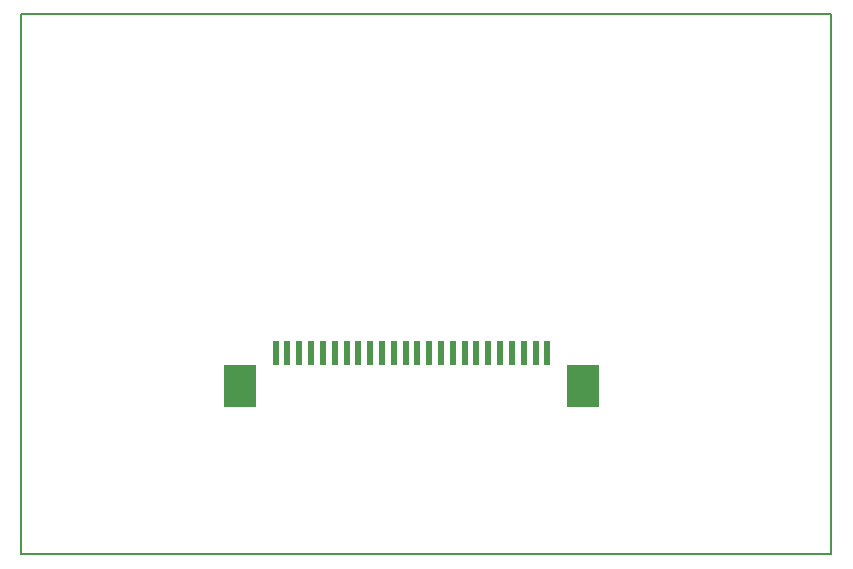
<source format=gbr>
%TF.GenerationSoftware,KiCad,Pcbnew,(6.0.1)*%
%TF.CreationDate,2022-02-07T11:42:41+00:00*%
%TF.ProjectId,24p_fpc_keyboard,3234705f-6670-4635-9f6b-6579626f6172,rev?*%
%TF.SameCoordinates,Original*%
%TF.FileFunction,Paste,Top*%
%TF.FilePolarity,Positive*%
%FSLAX46Y46*%
G04 Gerber Fmt 4.6, Leading zero omitted, Abs format (unit mm)*
G04 Created by KiCad (PCBNEW (6.0.1)) date 2022-02-07 11:42:41*
%MOMM*%
%LPD*%
G01*
G04 APERTURE LIST*
%TA.AperFunction,Profile*%
%ADD10C,0.200000*%
%TD*%
%ADD11R,0.610000X2.000000*%
%ADD12R,2.680000X3.600000*%
G04 APERTURE END LIST*
D10*
X175260000Y-48260000D02*
X106680000Y-48260000D01*
X106680000Y-48260000D02*
X106680000Y-93980000D01*
X106680000Y-93980000D02*
X175260000Y-93980000D01*
X175260000Y-93980000D02*
X175260000Y-48260000D01*
D11*
%TO.C,REF\u002A\u002A*%
X128200000Y-76940000D03*
X129200000Y-76940000D03*
X130200000Y-76940000D03*
X131200000Y-76940000D03*
X132200000Y-76940000D03*
X133200000Y-76940000D03*
X134200000Y-76940000D03*
X135200000Y-76940000D03*
X136200000Y-76940000D03*
X137200000Y-76940000D03*
X138200000Y-76940000D03*
X139200000Y-76940000D03*
X140200000Y-76940000D03*
X141200000Y-76940000D03*
X142200000Y-76940000D03*
X143200000Y-76940000D03*
X144200000Y-76940000D03*
X145200000Y-76940000D03*
X146200000Y-76940000D03*
X147200000Y-76940000D03*
X148200000Y-76940000D03*
X149200000Y-76940000D03*
X150200000Y-76940000D03*
X151200000Y-76940000D03*
D12*
X125210000Y-79740000D03*
X154190000Y-79740000D03*
%TD*%
M02*

</source>
